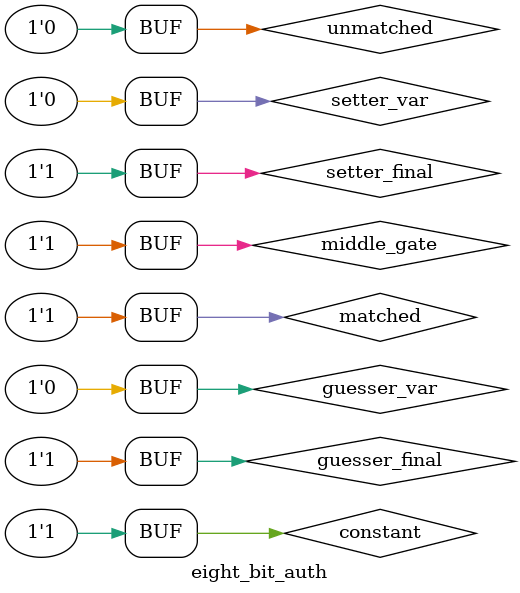
<source format=v>
module eight_bit_auth;

// iverilog -o eight_bit_auth.vvp eight_bit_auth.v
// vvp eight_bit_auth.vvp
// gtkwave

    reg setter_var, guesser_var, constant = 1;
    wire setter_final;
    wire guesser_final; 
    wire middle_gate;
    wire matched;
    wire unmatched;

    //NOTE: XOR bool func expression: A`.B + A.B`
    assign setter_final = ( !((!(setter_var) && guesser_var) || (setter_var && !(guesser_var))) );
    assign guesser_final = ( !((!(setter_var) && guesser_var) || (setter_var && !(guesser_var))) );
    assign middle_gate = ( setter_final && guesser_final );
    assign matched = ( middle_gate && constant );
    assign unmatched = ( !(middle_gate) && (constant) );

    initial begin
    $dumpfile("eight_bit_auth.vcd");
    $dumpvars(0, eight_bit_auth);
        setter_var = 0; guesser_var = 0;  
        #1
        setter_var = 0; guesser_var = 1;  
        #1
        setter_var = 1; guesser_var = 1; 
        #1
        setter_var = 0; guesser_var = 0; 
        #1;
    end

endmodule

</source>
